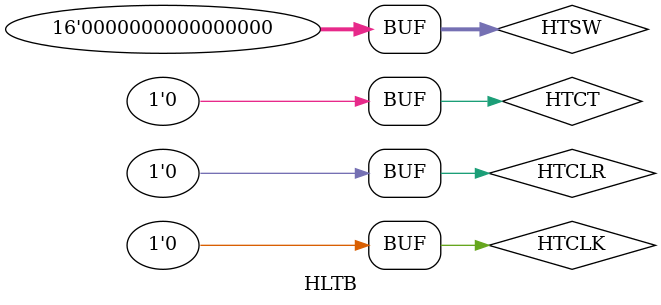
<source format=sv>
`timescale 1ns / 1ps


module HLTB();
    logic HTCLK;
    logic HTCLR;
    logic [7:0] HTSEG;
    logic [3:0] HTAN;
    logic [3:0] HTLED;
    logic [15:0] HTSW;
    logic HTCT;
    
HL UUT (.HLCLK(HTCLK), .HLCLR(HTCLR), .HLSEG(HTSEG), .HLAN(HTAN), .SW(HTSW), .LED(HTLED), .HLCT(HTCT));

always begin
HTCLK = 1;
#5;
HTCLK = 0;
#5;
end 

always begin
    #10 HTCLR = 1;
        HTCT = 0;
        HTSW = 16'b1001000010000001;
    #10 HTCLR = 0;
        HTCT = 0;
        HTSW = 16'b1001000010000000;
    #10 HTCLR = 0;
        HTCT = 0;
        HTSW = 16'b0000000000000000;
   
end

endmodule

</source>
